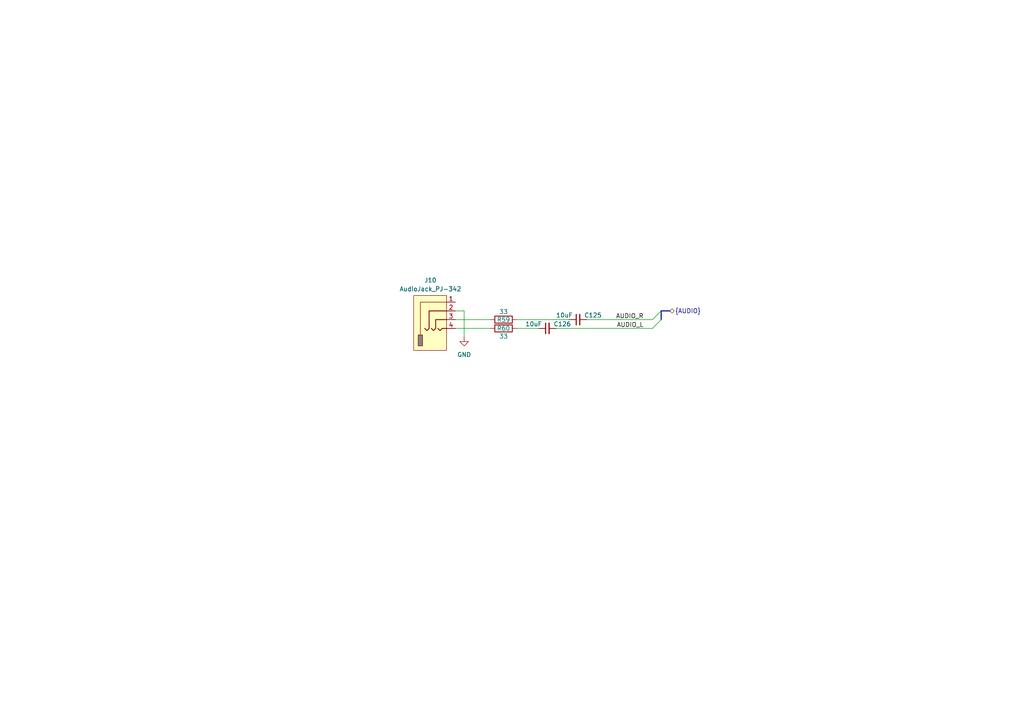
<source format=kicad_sch>
(kicad_sch (version 20250114) (generator "eeschema") (generator_version "9.0")
  (paper "A4")
  (title_block (title "Icepi CM0") (date "2025-11-03") (rev "v1.0") (company "Icy Electronics") (comment 1 "Chengyin Yao (cheyao)") (comment 2 "https://github.com/cheyao/icepi-cm0"))
  (lib_symbols
    (symbol "Device:C_Small" (pin_numbers (hide yes)) (pin_names (offset 0.254) (hide yes))
      (property "Reference" "C" (at 0.254 1.778 0))
      (property "Value" "C_Small" (at 0.254 -2.032 0))
      (symbol "C_Small_0_1"
        (polyline (pts (xy -1.524 0.508) (xy 1.524 0.508)) (stroke (width 0.3048)))
        (polyline (pts (xy -1.524 -0.508) (xy 1.524 -0.508)) (stroke (width 0.3302)))
      )
      (symbol "C_Small_1_1"
        (pin passive line (at 0 2.54 270) (length 2.032) (name "~") (number "1"))
        (pin passive line (at 0 -2.54 90) (length 2.032) (name "~") (number "2"))
      )
    )
    (symbol "Device:R" (pin_numbers (hide yes)) (pin_names (offset 0))
      (property "Reference" "R" (at 2.032 0 90))
      (property "Value" "R" (at 0 0 90))
      (symbol "R_0_1"
        (rectangle (start -1.016 -2.54) (end 1.016 2.54) (stroke (width 0.254)))
      )
      (symbol "R_1_1"
        (pin passive line (at 0 3.81 270) (length 1.27) (name "~") (number "1"))
        (pin passive line (at 0 -3.81 90) (length 1.27) (name "~") (number "2"))
      )
    )
    (symbol "cm0:AudioJack_PJ-342"
      (property "Reference" "J" (at 0 12.192 0))
      (property "Value" "AudioJack_PJ-342" (at 0 9.652 0))
      (symbol "AudioJack_PJ-342_0_1"
        (polyline (pts (xy -0.635 -1.27) (xy 0 -1.905) (xy 0.635 -1.27) (xy 0.635 1.27) (xy 3.81 1.27)) (stroke (width 0.254)))
        (polyline (pts (xy 1.27 -1.27) (xy 1.905 -1.905) (xy 2.54 -1.27) (xy 3.81 -1.27)) (stroke (width 0.254)))
        (polyline (pts (xy 3.81 3.81) (xy -1.27 3.81) (xy -1.27 -1.27) (xy -1.905 -1.905) (xy -2.54 -1.27)) (stroke (width 0.254)))
      )
      (symbol "AudioJack_PJ-342_1_1"
        (rectangle (start -5.715 8.255) (end 3.81 -7.62) (fill (type background)))
        (rectangle (start -4.445 -3.175) (end -3.175 -6.35) (fill (type color) (color 132 132 132 1)))
        (polyline (pts (xy 3.81 6.35) (xy -3.81 6.35) (xy -3.81 -1.905) (xy -3.81 -3.175)))
        (pin passive line (at 6.35 6.35 180) (length 2.54) (name "~") (number "1"))
        (pin passive line (at 6.35 3.81 180) (length 2.54) (name "~") (number "2"))
        (pin passive line (at 6.35 1.27 180) (length 2.54) (name "~") (number "3"))
        (pin passive line (at 6.35 1.27 180) (length 2.54) (hide yes) (name "~") (number "5"))
        (pin passive line (at 6.35 -1.27 180) (length 2.54) (name "~") (number "4"))
        (pin passive line (at 6.35 -1.27 180) (length 2.54) (hide yes) (name "~") (number "6"))
      )
    )
    (symbol "power:GND" (power) (pin_numbers (hide yes)) (pin_names (offset 0) (hide yes))
      (property "Value" "GND" (at 0 -3.81 0))
      (symbol "GND_0_1"
        (polyline (pts (xy 0 0) (xy 0 -1.27) (xy 1.27 -1.27) (xy 0 -2.54) (xy -1.27 -1.27) (xy 0 -1.27)))
      )
      (symbol "GND_1_1"
        (pin power_in line (at 0 0 270) (length 0) (name "~") (number "1"))
      )
    )
  )
  (bus_entry (at 189.23 92.71) (size 2.54 -2.54))
  (bus_entry (at 189.23 95.25) (size 2.54 -2.54))
  (wire (pts (xy 132.08 95.25) (xy 142.24 95.25)))
  (wire (pts (xy 161.29 95.25) (xy 189.23 95.25)))
  (wire (pts (xy 149.86 92.71) (xy 165.1 92.71)))
  (wire (pts (xy 134.62 97.79) (xy 134.62 90.17)))
  (wire (pts (xy 149.86 95.25) (xy 156.21 95.25)))
  (bus (pts (xy 191.77 90.17) (xy 194.31 90.17)))
  (wire (pts (xy 170.18 92.71) (xy 189.23 92.71)))
  (wire (pts (xy 134.62 90.17) (xy 132.08 90.17)))
  (bus (pts (xy 191.77 92.71) (xy 191.77 90.17)))
  (wire (pts (xy 132.08 92.71) (xy 142.24 92.71)))
  (label "AUDIO_L" (at 186.69 95.25 180))
  (label "AUDIO_R" (at 186.69 92.71 180))
  (hierarchical_label "{AUDIO}" (shape bidirectional) (at 194.31 90.17 0))
  (symbol (lib_id "Device:R") (at 146.05 95.25 90) (mirror x) (unit 1)
    (property "Reference" "R60" (at 146.05 95.25 90))
    (property "Value" "33" (at 146.05 97.536 90))
    (property "Footprint" "Resistor_SMD:R_0402_1005Metric" (effects (hide yes)))
    (property "Description" "Resistor" (effects (hide yes)))
    (property "LCSC Part #" "C25105" (effects (hide yes)))
  )
  (symbol (lib_id "cm0:AudioJack_PJ-342") (at 125.73 93.98 0) (unit 1)
    (property "Reference" "J10" (at 124.841 81.28 0))
    (property "Value" "AudioJack_PJ-342" (at 124.841 83.82 0))
    (property "Footprint" "cm0:Jack_3.5mm_SHOUHAN_PJ-342" (effects (hide yes)))
    (property "Description" "Audio Jack, 3 Poles (Stereo / TRS)" (effects (hide yes)))
    (property "LCSC Part #" "C7507452" (effects (hide yes)))
    (property "FT Position Offset" "-0.3175,0.4445" (effects (hide yes)))
  )
  (symbol (lib_id "Device:C_Small") (at 167.64 92.71 90) (unit 1)
    (property "Reference" "C125" (at 169.418 91.44 90) (effects (justify right)))
    (property "Value" "10uF" (at 166.116 91.44 90) (effects (justify left)))
    (property "Footprint" "Capacitor_SMD:C_0603_1608Metric" (effects (hide yes)))
    (property "Description" "Unpolarized capacitor, small symbol" (effects (hide yes)))
    (property "LCSC Part #" "C19702" (effects (hide yes)))
  )
  (symbol (lib_id "Device:R") (at 146.05 92.71 90) (unit 1)
    (property "Reference" "R59" (at 146.05 92.71 90))
    (property "Value" "33" (at 146.05 90.424 90))
    (property "Footprint" "Resistor_SMD:R_0402_1005Metric" (effects (hide yes)))
    (property "Description" "Resistor" (effects (hide yes)))
    (property "LCSC Part #" "C25105" (effects (hide yes)))
  )
  (symbol (lib_id "Device:C_Small") (at 158.75 95.25 90) (unit 1)
    (property "Reference" "C126" (at 160.528 93.98 90) (effects (justify right)))
    (property "Value" "10uF" (at 157.226 93.98 90) (effects (justify left)))
    (property "Footprint" "Capacitor_SMD:C_0603_1608Metric" (effects (hide yes)))
    (property "Description" "Unpolarized capacitor, small symbol" (effects (hide yes)))
    (property "LCSC Part #" "C19702" (effects (hide yes)))
  )
  (symbol (lib_id "power:GND") (at 134.62 97.79 0) (unit 1)
    (property "Reference" "#PWR0156" (effects (hide yes)))
    (property "Value" "GND" (at 134.62 102.87 0))
    (property "Description" "Power symbol creates a global label with name \"GND\" , ground" (effects (hide yes)))
  )
)
</source>
